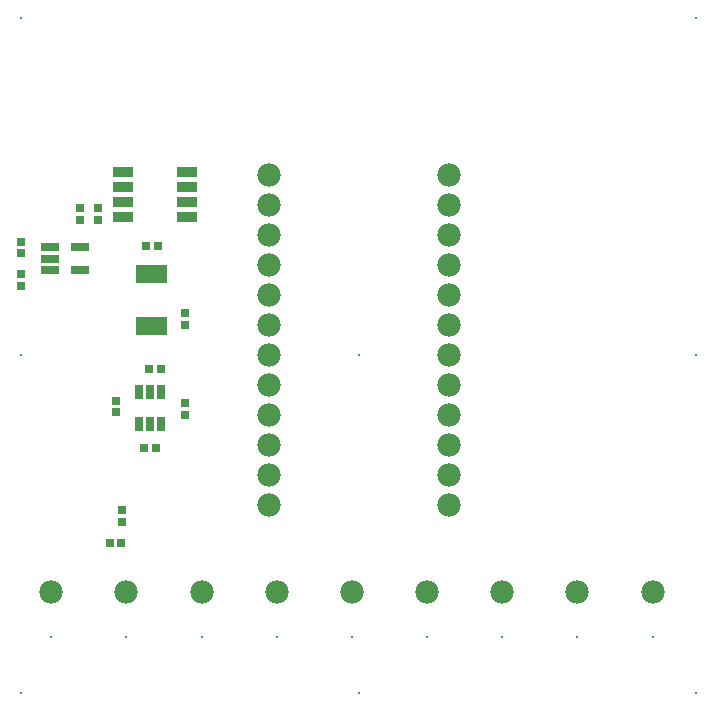
<source format=gts>
G04*
G04 #@! TF.GenerationSoftware,Altium Limited,Altium Designer,24.2.2 (26)*
G04*
G04 Layer_Color=8388736*
%FSLAX44Y44*%
%MOMM*%
G71*
G04*
G04 #@! TF.SameCoordinates,A8C72FA6-E4A7-4B70-B5D1-2EACB2D35129*
G04*
G04*
G04 #@! TF.FilePolarity,Negative*
G04*
G01*
G75*
%ADD20R,1.6032X0.8032*%
%ADD21R,0.7032X0.8032*%
%ADD22R,1.7032X0.8532*%
%ADD23R,0.8032X0.7032*%
%ADD24R,0.6532X1.6282*%
%ADD25R,0.8024X1.2144*%
%ADD26C,1.9812*%
%ADD27C,0.2032*%
D20*
X-236220Y91390D02*
D03*
Y72390D02*
D03*
X-261220D02*
D03*
Y81890D02*
D03*
Y91390D02*
D03*
D21*
X-285750Y58500D02*
D03*
Y68500D02*
D03*
X-285750Y86360D02*
D03*
Y96360D02*
D03*
X-220980Y114380D02*
D03*
Y124380D02*
D03*
X-236220Y124380D02*
D03*
Y114380D02*
D03*
X-147320Y35480D02*
D03*
Y25480D02*
D03*
X-205740Y-38260D02*
D03*
Y-48260D02*
D03*
X-147320Y-50720D02*
D03*
Y-40720D02*
D03*
X-200660Y-130890D02*
D03*
Y-140890D02*
D03*
D22*
X-199720Y116840D02*
D03*
Y129540D02*
D03*
Y142240D02*
D03*
Y154940D02*
D03*
X-145720D02*
D03*
Y142240D02*
D03*
Y129540D02*
D03*
Y116840D02*
D03*
D23*
X-170260Y92710D02*
D03*
X-180260D02*
D03*
X-177720Y-11430D02*
D03*
X-167720D02*
D03*
X-171530Y-78740D02*
D03*
X-181530D02*
D03*
X-200820Y-158750D02*
D03*
X-210820D02*
D03*
D24*
X-165510Y24870D02*
D03*
X-172010D02*
D03*
X-178510D02*
D03*
X-185010D02*
D03*
Y69110D02*
D03*
X-178510D02*
D03*
X-172010D02*
D03*
X-165510D02*
D03*
D25*
X-167030Y-57890D02*
D03*
X-176530D02*
D03*
X-186030D02*
D03*
Y-31010D02*
D03*
X-176530D02*
D03*
X-167030D02*
D03*
D26*
X248920Y-200660D02*
D03*
X185261D02*
D03*
X121602D02*
D03*
X57944D02*
D03*
X-5715D02*
D03*
X-69374D02*
D03*
X-133033D02*
D03*
X-196691D02*
D03*
X-260350D02*
D03*
X76200Y152400D02*
D03*
Y127000D02*
D03*
Y101600D02*
D03*
Y76200D02*
D03*
Y50800D02*
D03*
Y25400D02*
D03*
Y0D02*
D03*
Y-25400D02*
D03*
Y-50800D02*
D03*
Y-76200D02*
D03*
Y-101600D02*
D03*
Y-127000D02*
D03*
X-76200D02*
D03*
Y-101600D02*
D03*
Y-76200D02*
D03*
Y-50800D02*
D03*
Y-25400D02*
D03*
Y0D02*
D03*
Y25400D02*
D03*
Y50800D02*
D03*
Y76200D02*
D03*
Y101600D02*
D03*
Y127000D02*
D03*
Y152400D02*
D03*
D27*
X248920Y-238760D02*
D03*
X185261D02*
D03*
X121602D02*
D03*
X57944D02*
D03*
X-5715D02*
D03*
X-69374D02*
D03*
X-133033D02*
D03*
X-196691D02*
D03*
X-260350D02*
D03*
X-285750Y285750D02*
D03*
Y0D02*
D03*
X0D02*
D03*
X-285750Y-285750D02*
D03*
X285750D02*
D03*
X0D02*
D03*
X285750Y0D02*
D03*
Y285750D02*
D03*
M02*

</source>
